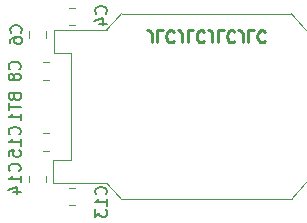
<source format=gbr>
%TF.GenerationSoftware,KiCad,Pcbnew,5.1.9-73d0e3b20d~88~ubuntu20.04.1*%
%TF.CreationDate,2021-03-27T20:59:08+01:00*%
%TF.ProjectId,calvin,63616c76-696e-42e6-9b69-6361645f7063,v1.00*%
%TF.SameCoordinates,Original*%
%TF.FileFunction,Legend,Bot*%
%TF.FilePolarity,Positive*%
%FSLAX46Y46*%
G04 Gerber Fmt 4.6, Leading zero omitted, Abs format (unit mm)*
G04 Created by KiCad (PCBNEW 5.1.9-73d0e3b20d~88~ubuntu20.04.1) date 2021-03-27 20:59:08*
%MOMM*%
%LPD*%
G01*
G04 APERTURE LIST*
%ADD10C,0.250000*%
%ADD11C,0.120000*%
%ADD12C,0.150000*%
G04 APERTURE END LIST*
D10*
X142350952Y-94557619D02*
X142350952Y-93843333D01*
X142303333Y-93700476D01*
X142208095Y-93605238D01*
X142065238Y-93557619D01*
X141970000Y-93557619D01*
X143303333Y-93557619D02*
X142827142Y-93557619D01*
X142827142Y-94557619D01*
X144208095Y-93652857D02*
X144160476Y-93605238D01*
X144017619Y-93557619D01*
X143922380Y-93557619D01*
X143779523Y-93605238D01*
X143684285Y-93700476D01*
X143636666Y-93795714D01*
X143589047Y-93986190D01*
X143589047Y-94129047D01*
X143636666Y-94319523D01*
X143684285Y-94414761D01*
X143779523Y-94510000D01*
X143922380Y-94557619D01*
X144017619Y-94557619D01*
X144160476Y-94510000D01*
X144208095Y-94462380D01*
X144922380Y-94557619D02*
X144922380Y-93843333D01*
X144874761Y-93700476D01*
X144779523Y-93605238D01*
X144636666Y-93557619D01*
X144541428Y-93557619D01*
X145874761Y-93557619D02*
X145398571Y-93557619D01*
X145398571Y-94557619D01*
X146779523Y-93652857D02*
X146731904Y-93605238D01*
X146589047Y-93557619D01*
X146493809Y-93557619D01*
X146350952Y-93605238D01*
X146255714Y-93700476D01*
X146208095Y-93795714D01*
X146160476Y-93986190D01*
X146160476Y-94129047D01*
X146208095Y-94319523D01*
X146255714Y-94414761D01*
X146350952Y-94510000D01*
X146493809Y-94557619D01*
X146589047Y-94557619D01*
X146731904Y-94510000D01*
X146779523Y-94462380D01*
X147493809Y-94557619D02*
X147493809Y-93843333D01*
X147446190Y-93700476D01*
X147350952Y-93605238D01*
X147208095Y-93557619D01*
X147112857Y-93557619D01*
X148446190Y-93557619D02*
X147970000Y-93557619D01*
X147970000Y-94557619D01*
X149350952Y-93652857D02*
X149303333Y-93605238D01*
X149160476Y-93557619D01*
X149065238Y-93557619D01*
X148922380Y-93605238D01*
X148827142Y-93700476D01*
X148779523Y-93795714D01*
X148731904Y-93986190D01*
X148731904Y-94129047D01*
X148779523Y-94319523D01*
X148827142Y-94414761D01*
X148922380Y-94510000D01*
X149065238Y-94557619D01*
X149160476Y-94557619D01*
X149303333Y-94510000D01*
X149350952Y-94462380D01*
X150065238Y-94557619D02*
X150065238Y-93843333D01*
X150017619Y-93700476D01*
X149922380Y-93605238D01*
X149779523Y-93557619D01*
X149684285Y-93557619D01*
X151017619Y-93557619D02*
X150541428Y-93557619D01*
X150541428Y-94557619D01*
X151922380Y-93652857D02*
X151874761Y-93605238D01*
X151731904Y-93557619D01*
X151636666Y-93557619D01*
X151493809Y-93605238D01*
X151398571Y-93700476D01*
X151350952Y-93795714D01*
X151303333Y-93986190D01*
X151303333Y-94129047D01*
X151350952Y-94319523D01*
X151398571Y-94414761D01*
X151493809Y-94510000D01*
X151636666Y-94557619D01*
X151731904Y-94557619D01*
X151874761Y-94510000D01*
X151922380Y-94462380D01*
D11*
%TO.C,BT1*%
X134000000Y-104550000D02*
X134000000Y-106494564D01*
X135500000Y-104500000D02*
X134000000Y-104500000D01*
X135500000Y-95500000D02*
X135500000Y-104500000D01*
X134050000Y-95500000D02*
X135500000Y-95500000D01*
X134050000Y-93500000D02*
X134050000Y-95500000D01*
X138557067Y-106494564D02*
X134000000Y-106494564D01*
X138550001Y-93500001D02*
X134050000Y-93500000D01*
X139800000Y-107850000D02*
X154200000Y-107850000D01*
X154200000Y-92150000D02*
X139800000Y-92150000D01*
X138557068Y-106494563D02*
G75*
G03*
X139800001Y-107849999I8442932J6494563D01*
G01*
X139793975Y-92143431D02*
G75*
G03*
X138550001Y-93500001I7206025J-7856569D01*
G01*
X154199999Y-107849999D02*
G75*
G03*
X154199999Y-92150001I-7199999J7849999D01*
G01*
%TO.C,C4*%
X135338748Y-91665000D02*
X135861252Y-91665000D01*
X135338748Y-93135000D02*
X135861252Y-93135000D01*
%TO.C,C6*%
X131965000Y-94161252D02*
X131965000Y-93638748D01*
X133435000Y-94161252D02*
X133435000Y-93638748D01*
%TO.C,C8*%
X133661252Y-97735000D02*
X133138748Y-97735000D01*
X133661252Y-96265000D02*
X133138748Y-96265000D01*
%TO.C,C13*%
X135338748Y-106865000D02*
X135861252Y-106865000D01*
X135338748Y-108335000D02*
X135861252Y-108335000D01*
%TO.C,C14*%
X133435000Y-105838748D02*
X133435000Y-106361252D01*
X131965000Y-105838748D02*
X131965000Y-106361252D01*
%TO.C,C15*%
X133661252Y-103735000D02*
X133138748Y-103735000D01*
X133661252Y-102265000D02*
X133138748Y-102265000D01*
%TO.C,BT1*%
D12*
X130728571Y-99214285D02*
X130776190Y-99357142D01*
X130823809Y-99404761D01*
X130919047Y-99452380D01*
X131061904Y-99452380D01*
X131157142Y-99404761D01*
X131204761Y-99357142D01*
X131252380Y-99261904D01*
X131252380Y-98880952D01*
X130252380Y-98880952D01*
X130252380Y-99214285D01*
X130300000Y-99309523D01*
X130347619Y-99357142D01*
X130442857Y-99404761D01*
X130538095Y-99404761D01*
X130633333Y-99357142D01*
X130680952Y-99309523D01*
X130728571Y-99214285D01*
X130728571Y-98880952D01*
X130252380Y-99738095D02*
X130252380Y-100309523D01*
X131252380Y-100023809D02*
X130252380Y-100023809D01*
X131252380Y-101166666D02*
X131252380Y-100595238D01*
X131252380Y-100880952D02*
X130252380Y-100880952D01*
X130395238Y-100785714D01*
X130490476Y-100690476D01*
X130538095Y-100595238D01*
%TO.C,C4*%
X138457142Y-92123333D02*
X138504761Y-92075714D01*
X138552380Y-91932857D01*
X138552380Y-91837619D01*
X138504761Y-91694761D01*
X138409523Y-91599523D01*
X138314285Y-91551904D01*
X138123809Y-91504285D01*
X137980952Y-91504285D01*
X137790476Y-91551904D01*
X137695238Y-91599523D01*
X137600000Y-91694761D01*
X137552380Y-91837619D01*
X137552380Y-91932857D01*
X137600000Y-92075714D01*
X137647619Y-92123333D01*
X137885714Y-92980476D02*
X138552380Y-92980476D01*
X137504761Y-92742380D02*
X138219047Y-92504285D01*
X138219047Y-93123333D01*
%TO.C,C6*%
X131257142Y-93733333D02*
X131304761Y-93685714D01*
X131352380Y-93542857D01*
X131352380Y-93447619D01*
X131304761Y-93304761D01*
X131209523Y-93209523D01*
X131114285Y-93161904D01*
X130923809Y-93114285D01*
X130780952Y-93114285D01*
X130590476Y-93161904D01*
X130495238Y-93209523D01*
X130400000Y-93304761D01*
X130352380Y-93447619D01*
X130352380Y-93542857D01*
X130400000Y-93685714D01*
X130447619Y-93733333D01*
X130352380Y-94590476D02*
X130352380Y-94400000D01*
X130400000Y-94304761D01*
X130447619Y-94257142D01*
X130590476Y-94161904D01*
X130780952Y-94114285D01*
X131161904Y-94114285D01*
X131257142Y-94161904D01*
X131304761Y-94209523D01*
X131352380Y-94304761D01*
X131352380Y-94495238D01*
X131304761Y-94590476D01*
X131257142Y-94638095D01*
X131161904Y-94685714D01*
X130923809Y-94685714D01*
X130828571Y-94638095D01*
X130780952Y-94590476D01*
X130733333Y-94495238D01*
X130733333Y-94304761D01*
X130780952Y-94209523D01*
X130828571Y-94161904D01*
X130923809Y-94114285D01*
%TO.C,C8*%
X131157142Y-96833333D02*
X131204761Y-96785714D01*
X131252380Y-96642857D01*
X131252380Y-96547619D01*
X131204761Y-96404761D01*
X131109523Y-96309523D01*
X131014285Y-96261904D01*
X130823809Y-96214285D01*
X130680952Y-96214285D01*
X130490476Y-96261904D01*
X130395238Y-96309523D01*
X130300000Y-96404761D01*
X130252380Y-96547619D01*
X130252380Y-96642857D01*
X130300000Y-96785714D01*
X130347619Y-96833333D01*
X130680952Y-97404761D02*
X130633333Y-97309523D01*
X130585714Y-97261904D01*
X130490476Y-97214285D01*
X130442857Y-97214285D01*
X130347619Y-97261904D01*
X130300000Y-97309523D01*
X130252380Y-97404761D01*
X130252380Y-97595238D01*
X130300000Y-97690476D01*
X130347619Y-97738095D01*
X130442857Y-97785714D01*
X130490476Y-97785714D01*
X130585714Y-97738095D01*
X130633333Y-97690476D01*
X130680952Y-97595238D01*
X130680952Y-97404761D01*
X130728571Y-97309523D01*
X130776190Y-97261904D01*
X130871428Y-97214285D01*
X131061904Y-97214285D01*
X131157142Y-97261904D01*
X131204761Y-97309523D01*
X131252380Y-97404761D01*
X131252380Y-97595238D01*
X131204761Y-97690476D01*
X131157142Y-97738095D01*
X131061904Y-97785714D01*
X130871428Y-97785714D01*
X130776190Y-97738095D01*
X130728571Y-97690476D01*
X130680952Y-97595238D01*
%TO.C,C13*%
X138457142Y-107427142D02*
X138504761Y-107379523D01*
X138552380Y-107236666D01*
X138552380Y-107141428D01*
X138504761Y-106998571D01*
X138409523Y-106903333D01*
X138314285Y-106855714D01*
X138123809Y-106808095D01*
X137980952Y-106808095D01*
X137790476Y-106855714D01*
X137695238Y-106903333D01*
X137600000Y-106998571D01*
X137552380Y-107141428D01*
X137552380Y-107236666D01*
X137600000Y-107379523D01*
X137647619Y-107427142D01*
X138552380Y-108379523D02*
X138552380Y-107808095D01*
X138552380Y-108093809D02*
X137552380Y-108093809D01*
X137695238Y-107998571D01*
X137790476Y-107903333D01*
X137838095Y-107808095D01*
X137552380Y-108712857D02*
X137552380Y-109331904D01*
X137933333Y-108998571D01*
X137933333Y-109141428D01*
X137980952Y-109236666D01*
X138028571Y-109284285D01*
X138123809Y-109331904D01*
X138361904Y-109331904D01*
X138457142Y-109284285D01*
X138504761Y-109236666D01*
X138552380Y-109141428D01*
X138552380Y-108855714D01*
X138504761Y-108760476D01*
X138457142Y-108712857D01*
%TO.C,C14*%
X131157142Y-105457142D02*
X131204761Y-105409523D01*
X131252380Y-105266666D01*
X131252380Y-105171428D01*
X131204761Y-105028571D01*
X131109523Y-104933333D01*
X131014285Y-104885714D01*
X130823809Y-104838095D01*
X130680952Y-104838095D01*
X130490476Y-104885714D01*
X130395238Y-104933333D01*
X130300000Y-105028571D01*
X130252380Y-105171428D01*
X130252380Y-105266666D01*
X130300000Y-105409523D01*
X130347619Y-105457142D01*
X131252380Y-106409523D02*
X131252380Y-105838095D01*
X131252380Y-106123809D02*
X130252380Y-106123809D01*
X130395238Y-106028571D01*
X130490476Y-105933333D01*
X130538095Y-105838095D01*
X130585714Y-107266666D02*
X131252380Y-107266666D01*
X130204761Y-107028571D02*
X130919047Y-106790476D01*
X130919047Y-107409523D01*
%TO.C,C15*%
X131157142Y-102357142D02*
X131204761Y-102309523D01*
X131252380Y-102166666D01*
X131252380Y-102071428D01*
X131204761Y-101928571D01*
X131109523Y-101833333D01*
X131014285Y-101785714D01*
X130823809Y-101738095D01*
X130680952Y-101738095D01*
X130490476Y-101785714D01*
X130395238Y-101833333D01*
X130300000Y-101928571D01*
X130252380Y-102071428D01*
X130252380Y-102166666D01*
X130300000Y-102309523D01*
X130347619Y-102357142D01*
X131252380Y-103309523D02*
X131252380Y-102738095D01*
X131252380Y-103023809D02*
X130252380Y-103023809D01*
X130395238Y-102928571D01*
X130490476Y-102833333D01*
X130538095Y-102738095D01*
X130252380Y-104214285D02*
X130252380Y-103738095D01*
X130728571Y-103690476D01*
X130680952Y-103738095D01*
X130633333Y-103833333D01*
X130633333Y-104071428D01*
X130680952Y-104166666D01*
X130728571Y-104214285D01*
X130823809Y-104261904D01*
X131061904Y-104261904D01*
X131157142Y-104214285D01*
X131204761Y-104166666D01*
X131252380Y-104071428D01*
X131252380Y-103833333D01*
X131204761Y-103738095D01*
X131157142Y-103690476D01*
%TD*%
M02*

</source>
